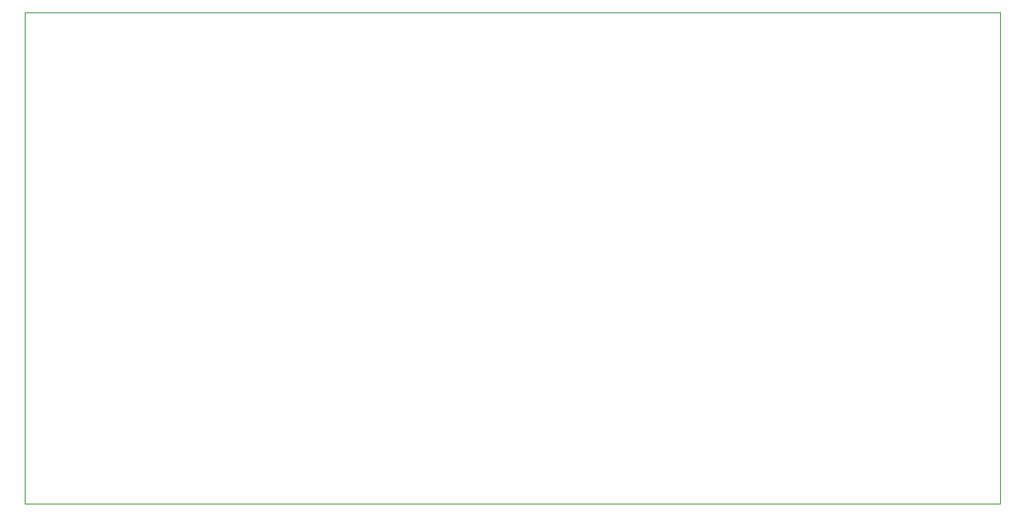
<source format=gbo>
G75*
G70*
%OFA0B0*%
%FSLAX24Y24*%
%IPPOS*%
%LPD*%
%AMOC8*
5,1,8,0,0,1.08239X$1,22.5*
%
%ADD10C,0.0000*%
D10*
X000180Y000393D02*
X039550Y000393D01*
X039550Y020275D01*
X000180Y020275D01*
X000180Y000393D01*
M02*

</source>
